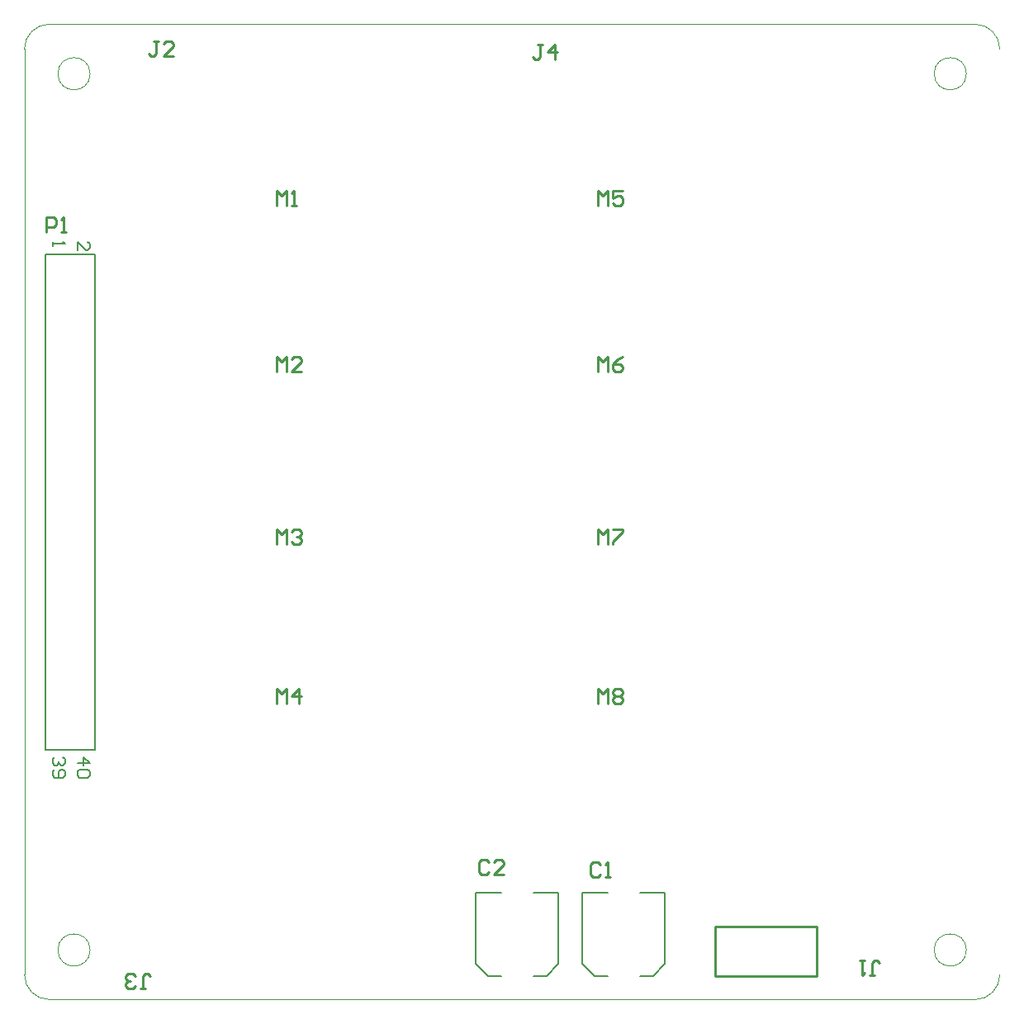
<source format=gto>
G04 Layer_Color=65535*
%FSLAX25Y25*%
%MOIN*%
G70*
G01*
G75*
%ADD15C,0.00800*%
%ADD16C,0.01000*%
%ADD19C,0.00050*%
%ADD25C,0.00787*%
D15*
X314500Y609000D02*
Y607334D01*
Y608167D01*
X319498D01*
X318665Y609000D01*
X324500Y605668D02*
Y609000D01*
X327832Y605668D01*
X328665D01*
X329498Y606501D01*
Y608167D01*
X328665Y609000D01*
X324500Y398501D02*
X329498D01*
X326999Y401000D01*
Y397668D01*
X328665Y396002D02*
X329498Y395169D01*
Y393502D01*
X328665Y392669D01*
X325333D01*
X324500Y393502D01*
Y395169D01*
X325333Y396002D01*
X328665D01*
X318665Y401000D02*
X319498Y400167D01*
Y398501D01*
X318665Y397668D01*
X317832D01*
X316999Y398501D01*
Y399334D01*
Y398501D01*
X316166Y397668D01*
X315333D01*
X314500Y398501D01*
Y400167D01*
X315333Y401000D01*
Y396002D02*
X314500Y395169D01*
Y393502D01*
X315333Y392669D01*
X318665D01*
X319498Y393502D01*
Y395169D01*
X318665Y396002D01*
X317832D01*
X316999Y395169D01*
Y392669D01*
D16*
X617136Y312597D02*
X622894D01*
Y332597D01*
X581894Y312597D02*
Y332597D01*
Y312597D02*
X598604D01*
X617136D01*
X581894Y332597D02*
X622894D01*
X535499Y357498D02*
X534499Y358498D01*
X532500D01*
X531500Y357498D01*
Y353500D01*
X532500Y352500D01*
X534499D01*
X535499Y353500D01*
X537498Y352500D02*
X539497D01*
X538498D01*
Y358498D01*
X537498Y357498D01*
X490499Y358498D02*
X489499Y359498D01*
X487500D01*
X486500Y358498D01*
Y354500D01*
X487500Y353500D01*
X489499D01*
X490499Y354500D01*
X496497Y353500D02*
X492498D01*
X496497Y357499D01*
Y358498D01*
X495497Y359498D01*
X493498D01*
X492498Y358498D01*
X312100Y612800D02*
Y618798D01*
X315099D01*
X316099Y617798D01*
Y615799D01*
X315099Y614799D01*
X312100D01*
X318098Y612800D02*
X320097D01*
X319098D01*
Y618798D01*
X318098Y617798D01*
X534550Y422550D02*
Y428548D01*
X536549Y426549D01*
X538549Y428548D01*
Y422550D01*
X540548Y427548D02*
X541548Y428548D01*
X543547D01*
X544547Y427548D01*
Y426549D01*
X543547Y425549D01*
X544547Y424549D01*
Y423550D01*
X543547Y422550D01*
X541548D01*
X540548Y423550D01*
Y424549D01*
X541548Y425549D01*
X540548Y426549D01*
Y427548D01*
X541548Y425549D02*
X543547D01*
X644273Y312849D02*
X646272D01*
X645273D01*
Y317848D01*
X646272Y318847D01*
X647272D01*
X648272Y317848D01*
X642274Y318847D02*
X640274D01*
X641274D01*
Y312849D01*
X642274Y313849D01*
X512361Y688498D02*
X510361D01*
X511361D01*
Y683500D01*
X510361Y682500D01*
X509362D01*
X508362Y683500D01*
X517359Y682500D02*
Y688498D01*
X514360Y685499D01*
X518359D01*
X350001Y307502D02*
X352001D01*
X351001D01*
Y312500D01*
X352001Y313500D01*
X353000D01*
X354000Y312500D01*
X348002Y308502D02*
X347002Y307502D01*
X345003D01*
X344003Y308502D01*
Y309501D01*
X345003Y310501D01*
X346003D01*
X345003D01*
X344003Y311501D01*
Y312500D01*
X345003Y313500D01*
X347002D01*
X348002Y312500D01*
X357247Y689998D02*
X355247D01*
X356247D01*
Y685000D01*
X355247Y684000D01*
X354248D01*
X353248Y685000D01*
X363245Y684000D02*
X359246D01*
X363245Y687999D01*
Y688998D01*
X362245Y689998D01*
X360246D01*
X359246Y688998D01*
X405050Y623550D02*
Y629548D01*
X407049Y627549D01*
X409049Y629548D01*
Y623550D01*
X411048D02*
X413047D01*
X412048D01*
Y629548D01*
X411048Y628548D01*
X405050Y556550D02*
Y562548D01*
X407049Y560549D01*
X409049Y562548D01*
Y556550D01*
X415047D02*
X411048D01*
X415047Y560549D01*
Y561548D01*
X414047Y562548D01*
X412048D01*
X411048Y561548D01*
X405050Y487050D02*
Y493048D01*
X407049Y491049D01*
X409049Y493048D01*
Y487050D01*
X411048Y492048D02*
X412048Y493048D01*
X414047D01*
X415047Y492048D01*
Y491049D01*
X414047Y490049D01*
X413047D01*
X414047D01*
X415047Y489049D01*
Y488050D01*
X414047Y487050D01*
X412048D01*
X411048Y488050D01*
X405050Y422550D02*
Y428548D01*
X407049Y426549D01*
X409049Y428548D01*
Y422550D01*
X414047D02*
Y428548D01*
X411048Y425549D01*
X415047D01*
X534550Y623550D02*
Y629548D01*
X536549Y627549D01*
X538549Y629548D01*
Y623550D01*
X544547Y629548D02*
X540548D01*
Y626549D01*
X542547Y627549D01*
X543547D01*
X544547Y626549D01*
Y624550D01*
X543547Y623550D01*
X541548D01*
X540548Y624550D01*
X534550Y556550D02*
Y562548D01*
X536549Y560549D01*
X538549Y562548D01*
Y556550D01*
X544547Y562548D02*
X542547Y561548D01*
X540548Y559549D01*
Y557550D01*
X541548Y556550D01*
X543547D01*
X544547Y557550D01*
Y558549D01*
X543547Y559549D01*
X540548D01*
X534550Y487050D02*
Y493048D01*
X536549Y491049D01*
X538549Y493048D01*
Y487050D01*
X540548Y493048D02*
X544547D01*
Y492048D01*
X540548Y488050D01*
Y487050D01*
D19*
X696850Y686850D02*
G03*
X686850Y696850I-10000J0D01*
G01*
Y303150D02*
G03*
X696850Y313150I0J10000D01*
G01*
X303150D02*
G03*
X313150Y303150I10000J0D01*
G01*
Y696850D02*
G03*
X303150Y686850I0J-10000D01*
G01*
X329646Y676850D02*
G03*
X329646Y676850I-6496J0D01*
G01*
X683347Y323150D02*
G03*
X683347Y323150I-6496J0D01*
G01*
X329646D02*
G03*
X329646Y323150I-6496J0D01*
G01*
X683347Y676850D02*
G03*
X683347Y676850I-6496J0D01*
G01*
X313150Y303150D02*
X686850D01*
X303150Y313150D02*
Y686850D01*
X313150Y696850D02*
X686850D01*
D25*
X528268Y317689D02*
X533189Y312768D01*
X556811D02*
X561732Y317689D01*
X533189Y312768D02*
X538504D01*
X528268Y317689D02*
Y346232D01*
X551496Y312768D02*
X556811D01*
X561732Y317689D02*
Y346232D01*
X528268Y346232D02*
X538504D01*
X551496Y346232D02*
X561732D01*
X485268Y317689D02*
X490189Y312768D01*
X513811D02*
X518732Y317689D01*
X490189Y312768D02*
X495504D01*
X485268Y317689D02*
Y346232D01*
X508496Y312768D02*
X513811D01*
X518732Y317689D02*
Y346232D01*
X485268Y346232D02*
X495504D01*
X508496Y346232D02*
X518732D01*
X311500Y404000D02*
Y604000D01*
X331500Y404000D02*
Y604000D01*
X311500D02*
X331500D01*
X311500Y404000D02*
X331500D01*
M02*

</source>
